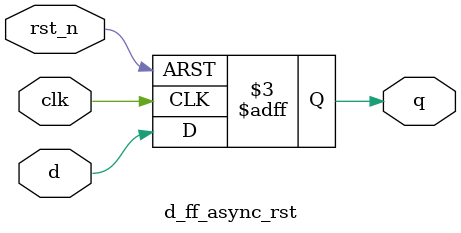
<source format=sv>
module d_ff_async_rst (
    input  logic clk,
    input  logic rst_n,
    input  logic d,
    output logic q
);
    always_ff @(posedge clk or negedge rst_n) begin
        if (!rst_n)
            q <= 1'b0;
        else
            q <= d;
    end
endmodule

</source>
